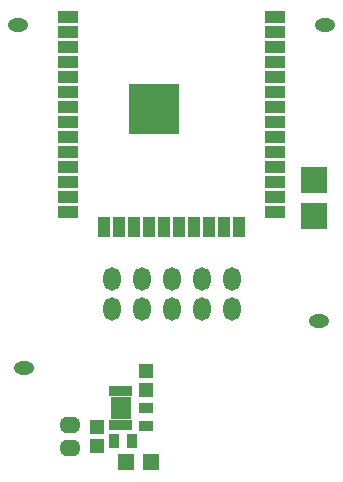
<source format=gbr>
G04*
G04 #@! TF.GenerationSoftware,Altium Limited,Altium Designer,22.4.2 (48)*
G04*
G04 Layer_Color=8388736*
%FSLAX44Y44*%
%MOMM*%
G71*
G04*
G04 #@! TF.SameCoordinates,838EBF20-BE27-4DE5-A25A-4BBD7161CD63*
G04*
G04*
G04 #@! TF.FilePolarity,Negative*
G04*
G01*
G75*
%ADD24R,1.7032X1.1032*%
%ADD25R,1.1032X1.7032*%
%ADD26R,4.2032X4.2032*%
%ADD27R,1.2032X1.1532*%
%ADD28R,1.6532X1.9532*%
%ADD29R,0.5032X0.9532*%
%ADD30R,0.9532X1.2032*%
%ADD31R,1.4032X1.4032*%
%ADD32R,1.2032X0.9532*%
%ADD33R,2.2032X2.2032*%
%ADD34C,1.2032*%
%ADD35C,0.7112*%
%ADD36O,1.8032X1.4032*%
%ADD37O,1.4732X1.9812*%
%ADD38O,1.7032X1.1032*%
D24*
X237500Y386800D02*
D03*
Y374100D02*
D03*
Y361400D02*
D03*
Y348700D02*
D03*
Y336000D02*
D03*
Y323300D02*
D03*
Y310600D02*
D03*
Y297900D02*
D03*
Y285200D02*
D03*
Y272500D02*
D03*
Y259800D02*
D03*
Y247100D02*
D03*
Y234400D02*
D03*
Y221700D02*
D03*
X62500D02*
D03*
Y234400D02*
D03*
Y247100D02*
D03*
Y259800D02*
D03*
Y272500D02*
D03*
Y285200D02*
D03*
Y297900D02*
D03*
Y310600D02*
D03*
Y323300D02*
D03*
Y336000D02*
D03*
Y348700D02*
D03*
Y361400D02*
D03*
Y374100D02*
D03*
Y386800D02*
D03*
D25*
X156400Y209200D02*
D03*
X207200D02*
D03*
X194500D02*
D03*
X181800D02*
D03*
X169100D02*
D03*
X143700D02*
D03*
X131000D02*
D03*
X118300D02*
D03*
X105600D02*
D03*
X92900D02*
D03*
D26*
X135000Y309600D02*
D03*
D27*
X86360Y39750D02*
D03*
Y23750D02*
D03*
X128270Y71120D02*
D03*
Y87120D02*
D03*
D28*
X106680Y55880D02*
D03*
D29*
X114180Y41380D02*
D03*
X109180D02*
D03*
X104180D02*
D03*
X99180D02*
D03*
Y70380D02*
D03*
X104180D02*
D03*
X109180D02*
D03*
X114180D02*
D03*
D30*
X116150Y27940D02*
D03*
X101150D02*
D03*
D31*
X132420Y10160D02*
D03*
X111420Y10160D02*
D03*
D32*
X128270Y40880D02*
D03*
Y55880D02*
D03*
D33*
X270510Y218680D02*
D03*
Y248680D02*
D03*
D34*
X135000Y309600D02*
D03*
Y294600D02*
D03*
Y324670D02*
D03*
X150000Y309600D02*
D03*
X120000D02*
D03*
Y294600D02*
D03*
X150000D02*
D03*
Y324670D02*
D03*
X120000D02*
D03*
D35*
X111180Y49880D02*
D03*
X102180D02*
D03*
X111180Y61880D02*
D03*
X102180D02*
D03*
D36*
X64000Y22000D02*
D03*
Y42000D02*
D03*
D37*
X150000Y165100D02*
D03*
X175400Y139700D02*
D03*
X124600Y165100D02*
D03*
Y139700D02*
D03*
X99200Y165100D02*
D03*
Y139700D02*
D03*
X150000D02*
D03*
X200800D02*
D03*
Y165100D02*
D03*
X175400Y165100D02*
D03*
D38*
X275000Y130000D02*
D03*
X25000Y90000D02*
D03*
X20000Y380000D02*
D03*
X280000D02*
D03*
M02*

</source>
